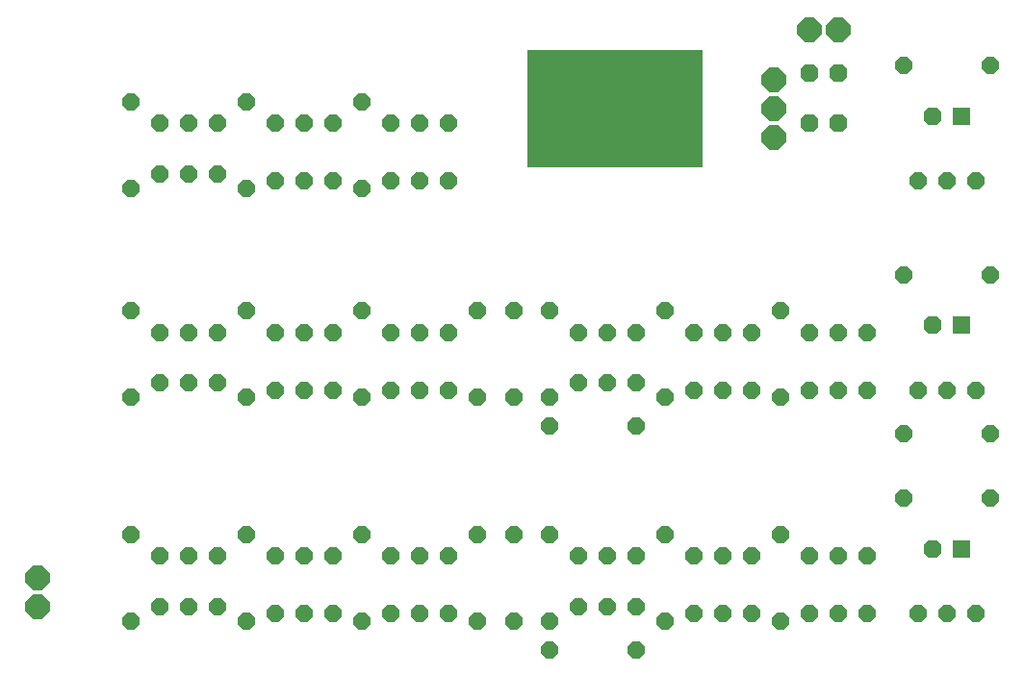
<source format=gts>
G04 EAGLE Gerber RS-274X export*
G75*
%MOMM*%
%FSLAX34Y34*%
%LPD*%
%INSoldermask Top*%
%IPPOS*%
%AMOC8*
5,1,8,0,0,1.08239X$1,22.5*%
G01*
%ADD10P,1.581588X8X202.500000*%
%ADD11P,1.635708X8X112.500000*%
%ADD12P,1.635708X8X202.500000*%
%ADD13P,1.635708X8X292.500000*%
%ADD14P,1.689827X8X22.500000*%
%ADD15R,1.561200X1.561200*%
%ADD16P,1.635708X8X22.500000*%
%ADD17P,2.309387X8X112.500000*%
%ADD18P,5.168629X8X112.500000*%
%ADD19R,15.443200X10.363200*%
%ADD20P,2.309387X8X202.500000*%
%ADD21P,2.309387X8X292.500000*%
%ADD22P,1.689827X8X202.500000*%
%ADD23C,1.159600*%


D10*
X165100Y95250D03*
X190500Y95250D03*
X139700Y95250D03*
X165100Y139700D03*
X190500Y139700D03*
X139700Y139700D03*
X266700Y88900D03*
X292100Y88900D03*
X241300Y88900D03*
X266700Y139700D03*
X292100Y139700D03*
X241300Y139700D03*
X368300Y88900D03*
X393700Y88900D03*
X342900Y88900D03*
X368300Y139700D03*
X393700Y139700D03*
X342900Y139700D03*
D11*
X114300Y82550D03*
X114300Y158750D03*
X215900Y82550D03*
X215900Y158750D03*
X317500Y82550D03*
X317500Y158750D03*
D10*
X533400Y95250D03*
X558800Y95250D03*
X508000Y95250D03*
X533400Y139700D03*
X558800Y139700D03*
X508000Y139700D03*
X635000Y88900D03*
X660400Y88900D03*
X609600Y88900D03*
X635000Y139700D03*
X660400Y139700D03*
X609600Y139700D03*
X736600Y88900D03*
X762000Y88900D03*
X711200Y88900D03*
X736600Y139700D03*
X762000Y139700D03*
X711200Y139700D03*
D11*
X482600Y82550D03*
X482600Y158750D03*
X584200Y82550D03*
X584200Y158750D03*
X685800Y82550D03*
X685800Y158750D03*
X450850Y82550D03*
X450850Y158750D03*
D12*
X558800Y57150D03*
X482600Y57150D03*
D13*
X419100Y158750D03*
X419100Y82550D03*
D10*
X165100Y292100D03*
X190500Y292100D03*
X139700Y292100D03*
X165100Y336550D03*
X190500Y336550D03*
X139700Y336550D03*
X266700Y285750D03*
X292100Y285750D03*
X241300Y285750D03*
X266700Y336550D03*
X292100Y336550D03*
X241300Y336550D03*
X368300Y285750D03*
X393700Y285750D03*
X342900Y285750D03*
X368300Y336550D03*
X393700Y336550D03*
X342900Y336550D03*
D11*
X114300Y279400D03*
X114300Y355600D03*
X215900Y279400D03*
X215900Y355600D03*
X317500Y279400D03*
X317500Y355600D03*
D10*
X533400Y292100D03*
X558800Y292100D03*
X508000Y292100D03*
X533400Y336550D03*
X558800Y336550D03*
X508000Y336550D03*
X635000Y285750D03*
X660400Y285750D03*
X609600Y285750D03*
X635000Y336550D03*
X660400Y336550D03*
X609600Y336550D03*
X736600Y285750D03*
X762000Y285750D03*
X711200Y285750D03*
X736600Y336550D03*
X762000Y336550D03*
X711200Y336550D03*
D11*
X482600Y279400D03*
X482600Y355600D03*
X584200Y279400D03*
X584200Y355600D03*
X685800Y279400D03*
X685800Y355600D03*
D13*
X419100Y355600D03*
X419100Y279400D03*
D11*
X450850Y279400D03*
X450850Y355600D03*
D12*
X558800Y254000D03*
X482600Y254000D03*
D10*
X165100Y476250D03*
X190500Y476250D03*
X139700Y476250D03*
X165100Y520700D03*
X190500Y520700D03*
X139700Y520700D03*
X266700Y469900D03*
X292100Y469900D03*
X241300Y469900D03*
X266700Y520700D03*
X292100Y520700D03*
X241300Y520700D03*
X368300Y469900D03*
X393700Y469900D03*
X342900Y469900D03*
X368300Y520700D03*
X393700Y520700D03*
X342900Y520700D03*
D11*
X114300Y463550D03*
X114300Y539750D03*
X215900Y463550D03*
X215900Y539750D03*
X317500Y463550D03*
X317500Y539750D03*
D10*
X831850Y88900D03*
X857250Y88900D03*
X806450Y88900D03*
D14*
X819150Y146050D03*
D15*
X844550Y146050D03*
D16*
X793750Y190500D03*
X869950Y190500D03*
D10*
X831850Y285750D03*
X857250Y285750D03*
X806450Y285750D03*
D14*
X819150Y342900D03*
D15*
X844550Y342900D03*
D16*
X793750Y387350D03*
X869950Y387350D03*
D12*
X869950Y247650D03*
X793750Y247650D03*
D10*
X831850Y469900D03*
X857250Y469900D03*
X806450Y469900D03*
D14*
X819150Y527050D03*
D15*
X844550Y527050D03*
D16*
X793750Y571500D03*
X869950Y571500D03*
D17*
X679450Y533400D03*
X679450Y508000D03*
X679450Y558800D03*
D18*
X495300Y533400D03*
D19*
X539750Y533400D03*
D20*
X711200Y603250D03*
X736600Y603250D03*
D21*
X31750Y95250D03*
X31750Y120650D03*
D22*
X736600Y565150D03*
X711200Y565150D03*
X736600Y520700D03*
X711200Y520700D03*
D23*
X527050Y533400D03*
X527050Y552450D03*
X527050Y571500D03*
X527050Y514350D03*
X527050Y495300D03*
X508000Y495300D03*
X488950Y495300D03*
X469900Y495300D03*
X508000Y571500D03*
X488950Y571500D03*
X469900Y571500D03*
X469900Y552450D03*
X469900Y514350D03*
M02*

</source>
